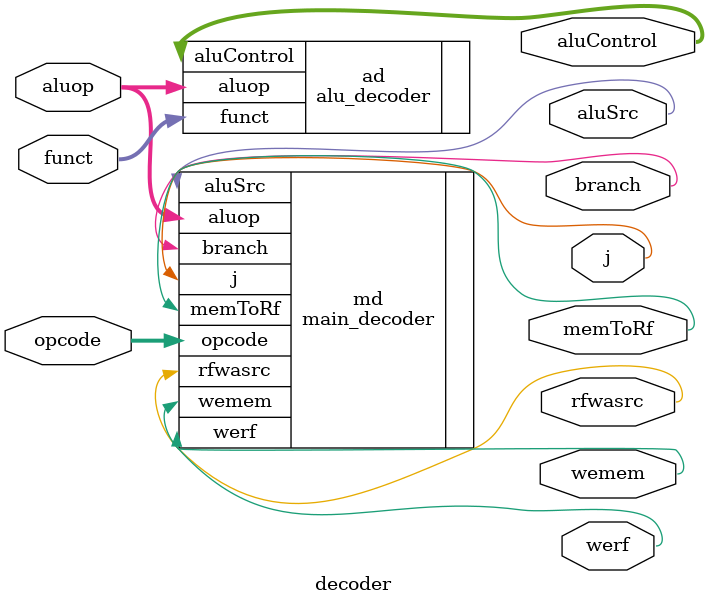
<source format=v>
`include "main_decoder.v"
`include "alu_decoder.v"

module decoder(
	input wire [5:0] opcode,
	input wire [5:0] funct,

	output wire wemem,
	output wire werf,
	output wire branch,
	output wire rfwasrc,
	output wire memToRf,
	output wire aluSrc,
	inout wire[1:0] aluop,
	output wire j,

	output wire [3:0] aluControl
);
	main_decoder md(.opcode(opcode), .wemem(wemem), .werf(werf), .branch(branch), .rfwasrc(rfwasrc), .memToRf(memToRf), .aluSrc(aluSrc), .aluop(aluop), .j(j));
	alu_decoder ad(.funct(funct), .aluop(aluop), .aluControl(aluControl));
endmodule
</source>
